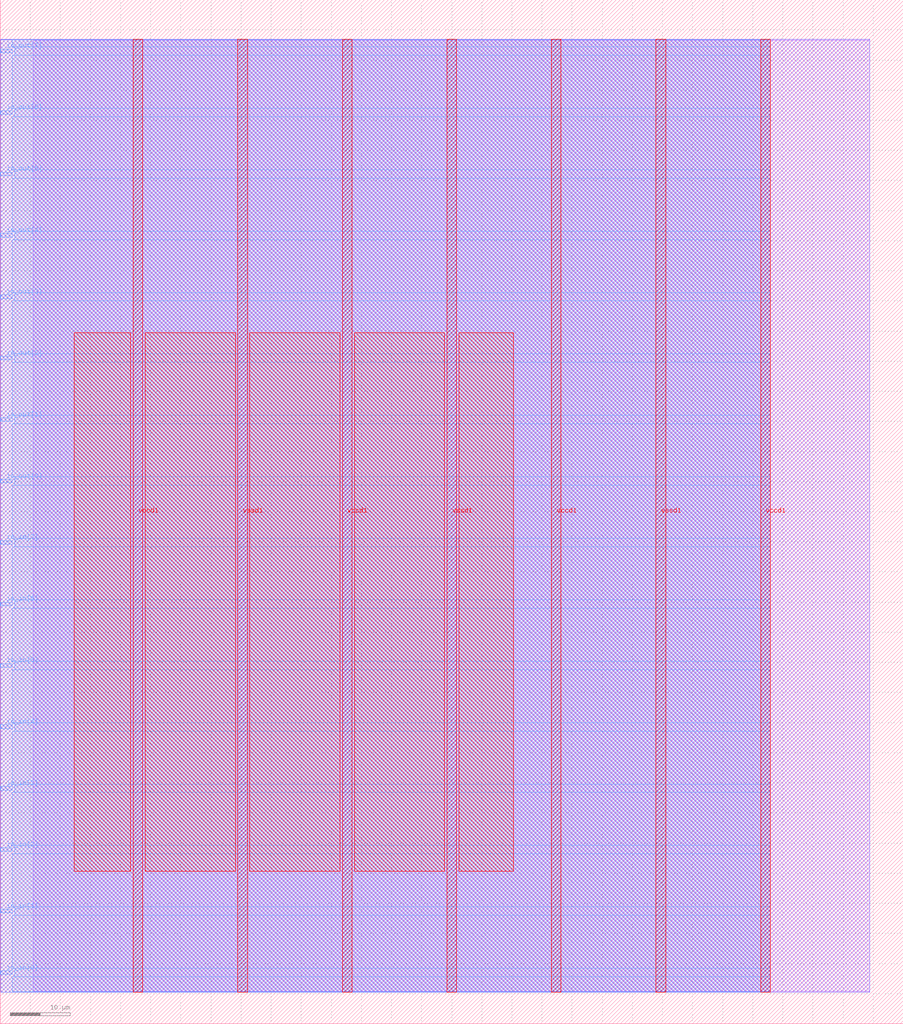
<source format=lef>
VERSION 5.7 ;
  NOWIREEXTENSIONATPIN ON ;
  DIVIDERCHAR "/" ;
  BUSBITCHARS "[]" ;
MACRO udxs_sqrt_top
  CLASS BLOCK ;
  FOREIGN udxs_sqrt_top ;
  ORIGIN 0.000 0.000 ;
  SIZE 150.000 BY 170.000 ;
  PIN io_in[0]
    DIRECTION INPUT ;
    USE SIGNAL ;
    PORT
      LAYER met3 ;
        RECT 0.000 8.200 2.000 8.800 ;
    END
  END io_in[0]
  PIN io_in[1]
    DIRECTION INPUT ;
    USE SIGNAL ;
    PORT
      LAYER met3 ;
        RECT 0.000 18.400 2.000 19.000 ;
    END
  END io_in[1]
  PIN io_in[2]
    DIRECTION INPUT ;
    USE SIGNAL ;
    PORT
      LAYER met3 ;
        RECT 0.000 28.600 2.000 29.200 ;
    END
  END io_in[2]
  PIN io_in[3]
    DIRECTION INPUT ;
    USE SIGNAL ;
    PORT
      LAYER met3 ;
        RECT 0.000 38.800 2.000 39.400 ;
    END
  END io_in[3]
  PIN io_in[4]
    DIRECTION INPUT ;
    USE SIGNAL ;
    PORT
      LAYER met3 ;
        RECT 0.000 49.000 2.000 49.600 ;
    END
  END io_in[4]
  PIN io_in[5]
    DIRECTION INPUT ;
    USE SIGNAL ;
    PORT
      LAYER met3 ;
        RECT 0.000 59.200 2.000 59.800 ;
    END
  END io_in[5]
  PIN io_in[6]
    DIRECTION INPUT ;
    USE SIGNAL ;
    PORT
      LAYER met3 ;
        RECT 0.000 69.400 2.000 70.000 ;
    END
  END io_in[6]
  PIN io_in[7]
    DIRECTION INPUT ;
    USE SIGNAL ;
    PORT
      LAYER met3 ;
        RECT 0.000 79.600 2.000 80.200 ;
    END
  END io_in[7]
  PIN io_out[0]
    DIRECTION OUTPUT TRISTATE ;
    USE SIGNAL ;
    PORT
      LAYER met3 ;
        RECT 0.000 89.800 2.000 90.400 ;
    END
  END io_out[0]
  PIN io_out[1]
    DIRECTION OUTPUT TRISTATE ;
    USE SIGNAL ;
    PORT
      LAYER met3 ;
        RECT 0.000 100.000 2.000 100.600 ;
    END
  END io_out[1]
  PIN io_out[2]
    DIRECTION OUTPUT TRISTATE ;
    USE SIGNAL ;
    PORT
      LAYER met3 ;
        RECT 0.000 110.200 2.000 110.800 ;
    END
  END io_out[2]
  PIN io_out[3]
    DIRECTION OUTPUT TRISTATE ;
    USE SIGNAL ;
    PORT
      LAYER met3 ;
        RECT 0.000 120.400 2.000 121.000 ;
    END
  END io_out[3]
  PIN io_out[4]
    DIRECTION OUTPUT TRISTATE ;
    USE SIGNAL ;
    PORT
      LAYER met3 ;
        RECT 0.000 130.600 2.000 131.200 ;
    END
  END io_out[4]
  PIN io_out[5]
    DIRECTION OUTPUT TRISTATE ;
    USE SIGNAL ;
    PORT
      LAYER met3 ;
        RECT 0.000 140.800 2.000 141.400 ;
    END
  END io_out[5]
  PIN io_out[6]
    DIRECTION OUTPUT TRISTATE ;
    USE SIGNAL ;
    PORT
      LAYER met3 ;
        RECT 0.000 151.000 2.000 151.600 ;
    END
  END io_out[6]
  PIN io_out[7]
    DIRECTION OUTPUT TRISTATE ;
    USE SIGNAL ;
    PORT
      LAYER met3 ;
        RECT 0.000 161.200 2.000 161.800 ;
    END
  END io_out[7]
  PIN vccd1
    DIRECTION INOUT ;
    USE POWER ;
    PORT
      LAYER met4 ;
        RECT 22.090 5.200 23.690 163.440 ;
    END
    PORT
      LAYER met4 ;
        RECT 56.830 5.200 58.430 163.440 ;
    END
    PORT
      LAYER met4 ;
        RECT 91.570 5.200 93.170 163.440 ;
    END
    PORT
      LAYER met4 ;
        RECT 126.310 5.200 127.910 163.440 ;
    END
  END vccd1
  PIN vssd1
    DIRECTION INOUT ;
    USE GROUND ;
    PORT
      LAYER met4 ;
        RECT 39.460 5.200 41.060 163.440 ;
    END
    PORT
      LAYER met4 ;
        RECT 74.200 5.200 75.800 163.440 ;
    END
    PORT
      LAYER met4 ;
        RECT 108.940 5.200 110.540 163.440 ;
    END
  END vssd1
  OBS
      LAYER li1 ;
        RECT 5.520 5.355 144.440 163.285 ;
      LAYER met1 ;
        RECT 0.070 5.200 144.440 163.440 ;
      LAYER met2 ;
        RECT 0.100 5.255 127.880 163.385 ;
      LAYER met3 ;
        RECT 2.000 162.200 127.900 163.365 ;
        RECT 2.400 160.800 127.900 162.200 ;
        RECT 2.000 152.000 127.900 160.800 ;
        RECT 2.400 150.600 127.900 152.000 ;
        RECT 2.000 141.800 127.900 150.600 ;
        RECT 2.400 140.400 127.900 141.800 ;
        RECT 2.000 131.600 127.900 140.400 ;
        RECT 2.400 130.200 127.900 131.600 ;
        RECT 2.000 121.400 127.900 130.200 ;
        RECT 2.400 120.000 127.900 121.400 ;
        RECT 2.000 111.200 127.900 120.000 ;
        RECT 2.400 109.800 127.900 111.200 ;
        RECT 2.000 101.000 127.900 109.800 ;
        RECT 2.400 99.600 127.900 101.000 ;
        RECT 2.000 90.800 127.900 99.600 ;
        RECT 2.400 89.400 127.900 90.800 ;
        RECT 2.000 80.600 127.900 89.400 ;
        RECT 2.400 79.200 127.900 80.600 ;
        RECT 2.000 70.400 127.900 79.200 ;
        RECT 2.400 69.000 127.900 70.400 ;
        RECT 2.000 60.200 127.900 69.000 ;
        RECT 2.400 58.800 127.900 60.200 ;
        RECT 2.000 50.000 127.900 58.800 ;
        RECT 2.400 48.600 127.900 50.000 ;
        RECT 2.000 39.800 127.900 48.600 ;
        RECT 2.400 38.400 127.900 39.800 ;
        RECT 2.000 29.600 127.900 38.400 ;
        RECT 2.400 28.200 127.900 29.600 ;
        RECT 2.000 19.400 127.900 28.200 ;
        RECT 2.400 18.000 127.900 19.400 ;
        RECT 2.000 9.200 127.900 18.000 ;
        RECT 2.400 7.800 127.900 9.200 ;
        RECT 2.000 5.275 127.900 7.800 ;
      LAYER met4 ;
        RECT 12.255 25.335 21.690 114.745 ;
        RECT 24.090 25.335 39.060 114.745 ;
        RECT 41.460 25.335 56.430 114.745 ;
        RECT 58.830 25.335 73.800 114.745 ;
        RECT 76.200 25.335 85.265 114.745 ;
  END
END udxs_sqrt_top
END LIBRARY


</source>
